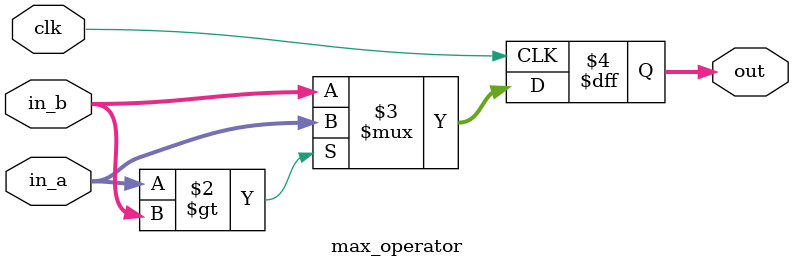
<source format=v>

module max_operator
#(
    parameter integer DATA_WIDTH = 8
    )
(
    input wire clk,
    input wire signed [DATA_WIDTH-1:0] in_a,
    input wire signed [DATA_WIDTH-1:0] in_b,
    
    output reg signed [DATA_WIDTH-1:0] out
    );
    
    always @(posedge clk) begin
        out = (in_a > in_b) ? in_a : in_b;
    end
endmodule

</source>
